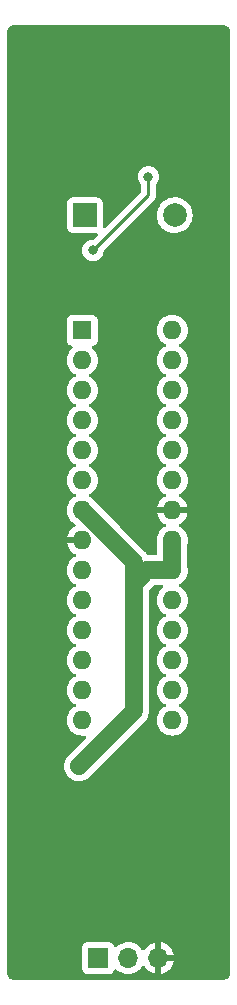
<source format=gbr>
%TF.GenerationSoftware,KiCad,Pcbnew,(5.99.0-11067-gb10f156dd0)*%
%TF.CreationDate,2021-06-27T22:48:24-06:00*%
%TF.ProjectId,MeditationLamp,4d656469-7461-4746-996f-6e4c616d702e,rev?*%
%TF.SameCoordinates,Original*%
%TF.FileFunction,Copper,L2,Bot*%
%TF.FilePolarity,Positive*%
%FSLAX46Y46*%
G04 Gerber Fmt 4.6, Leading zero omitted, Abs format (unit mm)*
G04 Created by KiCad (PCBNEW (5.99.0-11067-gb10f156dd0)) date 2021-06-27 22:48:24*
%MOMM*%
%LPD*%
G01*
G04 APERTURE LIST*
%TA.AperFunction,ComponentPad*%
%ADD10O,1.700000X1.700000*%
%TD*%
%TA.AperFunction,ComponentPad*%
%ADD11R,1.700000X1.700000*%
%TD*%
%TA.AperFunction,ComponentPad*%
%ADD12O,1.600000X1.600000*%
%TD*%
%TA.AperFunction,ComponentPad*%
%ADD13R,1.600000X1.600000*%
%TD*%
%TA.AperFunction,ComponentPad*%
%ADD14C,2.000000*%
%TD*%
%TA.AperFunction,ComponentPad*%
%ADD15R,2.000000X2.000000*%
%TD*%
%TA.AperFunction,ViaPad*%
%ADD16C,1.524000*%
%TD*%
%TA.AperFunction,ViaPad*%
%ADD17C,0.800000*%
%TD*%
%TA.AperFunction,Conductor*%
%ADD18C,1.524000*%
%TD*%
%TA.AperFunction,Conductor*%
%ADD19C,0.250000*%
%TD*%
G04 APERTURE END LIST*
D10*
%TO.P,J1,3,Pin_3*%
%TO.N,GND*%
X33299200Y-99502000D03*
%TO.P,J1,2,Pin_2*%
%TO.N,Net-(J1-Pad2)*%
X30759200Y-99502000D03*
D11*
%TO.P,J1,1,Pin_1*%
%TO.N,+5V*%
X28219200Y-99502000D03*
%TD*%
D12*
%TO.P,U1,28,PC5*%
%TO.N,unconnected-(U1-Pad28)*%
X34488000Y-46349800D03*
%TO.P,U1,27,PC4*%
%TO.N,unconnected-(U1-Pad27)*%
X34488000Y-48889800D03*
%TO.P,U1,26,PC3*%
%TO.N,unconnected-(U1-Pad26)*%
X34488000Y-51429800D03*
%TO.P,U1,25,PC2*%
%TO.N,unconnected-(U1-Pad25)*%
X34488000Y-53969800D03*
%TO.P,U1,24,PC1*%
%TO.N,unconnected-(U1-Pad24)*%
X34488000Y-56509800D03*
%TO.P,U1,23,PC0*%
%TO.N,unconnected-(U1-Pad23)*%
X34488000Y-59049800D03*
%TO.P,U1,22,GND*%
%TO.N,GND*%
X34488000Y-61589800D03*
%TO.P,U1,21,AREF*%
%TO.N,+5V*%
X34488000Y-64129800D03*
%TO.P,U1,20,AVCC*%
X34488000Y-66669800D03*
%TO.P,U1,19,PB5*%
%TO.N,unconnected-(U1-Pad19)*%
X34488000Y-69209800D03*
%TO.P,U1,18,PB4*%
%TO.N,unconnected-(U1-Pad18)*%
X34488000Y-71749800D03*
%TO.P,U1,17,PB3*%
%TO.N,unconnected-(U1-Pad17)*%
X34488000Y-74289800D03*
%TO.P,U1,16,PB2*%
%TO.N,unconnected-(U1-Pad16)*%
X34488000Y-76829800D03*
%TO.P,U1,15,PB1*%
%TO.N,unconnected-(U1-Pad15)*%
X34488000Y-79369800D03*
%TO.P,U1,14,PB0*%
%TO.N,unconnected-(U1-Pad14)*%
X26868000Y-79369800D03*
%TO.P,U1,13,PD7*%
%TO.N,Net-(U1-Pad13)*%
X26868000Y-76829800D03*
%TO.P,U1,12,PD6*%
%TO.N,/BUZZ*%
X26868000Y-74289800D03*
%TO.P,U1,11,PD5*%
%TO.N,unconnected-(U1-Pad11)*%
X26868000Y-71749800D03*
%TO.P,U1,10,XTAL2/PB7*%
%TO.N,unconnected-(U1-Pad10)*%
X26868000Y-69209800D03*
%TO.P,U1,9,XTAL1/PB6*%
%TO.N,unconnected-(U1-Pad9)*%
X26868000Y-66669800D03*
%TO.P,U1,8,GND*%
%TO.N,GND*%
X26868000Y-64129800D03*
%TO.P,U1,7,VCC*%
%TO.N,+5V*%
X26868000Y-61589800D03*
%TO.P,U1,6,PD4*%
%TO.N,unconnected-(U1-Pad6)*%
X26868000Y-59049800D03*
%TO.P,U1,5,PD3*%
%TO.N,Net-(SW1-Pad1)*%
X26868000Y-56509800D03*
%TO.P,U1,4,PD2*%
%TO.N,unconnected-(U1-Pad4)*%
X26868000Y-53969800D03*
%TO.P,U1,3,PD1*%
%TO.N,unconnected-(U1-Pad3)*%
X26868000Y-51429800D03*
%TO.P,U1,2,PD0*%
%TO.N,unconnected-(U1-Pad2)*%
X26868000Y-48889800D03*
D13*
%TO.P,U1,1,~{RESET}/PC6*%
%TO.N,unconnected-(U1-Pad1)*%
X26868000Y-46349800D03*
%TD*%
D14*
%TO.P,BZ1,2,+*%
%TO.N,Net-(BZ1-Pad2)*%
X34696600Y-36611600D03*
D15*
%TO.P,BZ1,1,-*%
%TO.N,/BUZZ*%
X27096600Y-36611600D03*
%TD*%
D16*
%TO.N,+5V*%
X26604000Y-83246000D03*
D17*
%TO.N,Net-(R1-Pad1)*%
X27772400Y-39583400D03*
X32471400Y-33360400D03*
%TD*%
D18*
%TO.N,+5V*%
X31226800Y-67828200D02*
X31226800Y-65948600D01*
X26604000Y-83246000D02*
X31226800Y-78623200D01*
X31226800Y-65948600D02*
X26868000Y-61589800D01*
X34488000Y-66669800D02*
X34488000Y-64129800D01*
X32385200Y-66669800D02*
X34488000Y-66669800D01*
X31226800Y-78623200D02*
X31226800Y-67828200D01*
X31226800Y-67828200D02*
X32385200Y-66669800D01*
D19*
%TO.N,Net-(R1-Pad1)*%
X32471400Y-33360400D02*
X32471400Y-34909800D01*
X27797800Y-39583400D02*
X27772400Y-39583400D01*
X32471400Y-34909800D02*
X27797800Y-39583400D01*
%TD*%
%TA.AperFunction,Conductor*%
%TO.N,GND*%
G36*
X38855498Y-20533402D02*
G01*
X38881600Y-20536533D01*
X38881600Y-20538402D01*
X38893568Y-20538990D01*
X38921618Y-20540368D01*
X38940017Y-20542637D01*
X39015441Y-20557640D01*
X39039077Y-20564810D01*
X39107248Y-20593047D01*
X39129032Y-20604691D01*
X39190384Y-20645685D01*
X39209477Y-20661355D01*
X39261647Y-20713525D01*
X39277317Y-20732618D01*
X39318311Y-20793970D01*
X39329955Y-20815754D01*
X39358192Y-20883925D01*
X39365362Y-20907561D01*
X39380365Y-20982985D01*
X39382634Y-21001384D01*
X39384600Y-21041401D01*
X39382462Y-21041506D01*
X39382476Y-21041792D01*
X39385458Y-21041402D01*
X39388537Y-21064950D01*
X39389600Y-21081286D01*
X39389600Y-100774914D01*
X39388100Y-100794297D01*
X39384638Y-100816533D01*
X39385092Y-100820006D01*
X39384740Y-100822801D01*
X39384600Y-100822801D01*
X39383708Y-100840958D01*
X39382634Y-100862817D01*
X39380365Y-100881215D01*
X39365362Y-100956642D01*
X39358192Y-100980278D01*
X39329956Y-101048447D01*
X39318317Y-101070223D01*
X39277317Y-101131585D01*
X39261648Y-101150676D01*
X39209477Y-101202847D01*
X39190390Y-101218513D01*
X39129024Y-101259516D01*
X39107249Y-101271155D01*
X39073163Y-101285273D01*
X39039079Y-101299391D01*
X39015443Y-101306561D01*
X38940016Y-101321564D01*
X38921618Y-101323833D01*
X38914151Y-101324200D01*
X38881602Y-101325799D01*
X38881602Y-101327400D01*
X38861479Y-101330799D01*
X38853979Y-101330799D01*
X38853209Y-101330797D01*
X38852653Y-101330794D01*
X38811979Y-101330545D01*
X38811147Y-101330783D01*
X38810909Y-101330799D01*
X38688543Y-101330799D01*
X21042101Y-101330800D01*
X21015999Y-101327669D01*
X21015999Y-101325800D01*
X21004031Y-101325212D01*
X20975983Y-101323834D01*
X20957585Y-101321565D01*
X20882158Y-101306562D01*
X20858522Y-101299392D01*
X20790353Y-101271156D01*
X20768577Y-101259517D01*
X20707211Y-101218514D01*
X20688124Y-101202848D01*
X20635953Y-101150677D01*
X20620287Y-101131590D01*
X20579284Y-101070224D01*
X20567645Y-101048448D01*
X20539409Y-100980279D01*
X20532239Y-100956643D01*
X20517236Y-100881216D01*
X20514967Y-100862818D01*
X20513193Y-100826704D01*
X20513193Y-100826703D01*
X20513001Y-100822802D01*
X20513001Y-100822801D01*
X20509274Y-100796777D01*
X20508001Y-100778914D01*
X20508001Y-98652000D01*
X26855700Y-98652000D01*
X26855700Y-100352000D01*
X26860927Y-100425079D01*
X26864391Y-100436875D01*
X26893550Y-100536182D01*
X26902104Y-100565316D01*
X26906975Y-100572895D01*
X26976251Y-100680691D01*
X26976253Y-100680694D01*
X26981123Y-100688271D01*
X26987933Y-100694172D01*
X27084769Y-100778082D01*
X27084772Y-100778084D01*
X27091581Y-100783984D01*
X27099779Y-100787728D01*
X27212198Y-100839068D01*
X27224530Y-100844700D01*
X27233445Y-100845982D01*
X27233446Y-100845982D01*
X27364752Y-100864861D01*
X27364759Y-100864862D01*
X27369200Y-100865500D01*
X29069200Y-100865500D01*
X29142279Y-100860273D01*
X29234836Y-100833096D01*
X29273870Y-100821635D01*
X29273872Y-100821634D01*
X29282516Y-100819096D01*
X29349646Y-100775954D01*
X29397891Y-100744949D01*
X29397894Y-100744947D01*
X29405471Y-100740077D01*
X29430286Y-100711439D01*
X29495282Y-100636431D01*
X29495284Y-100636428D01*
X29501184Y-100629619D01*
X29561900Y-100496670D01*
X29562520Y-100492360D01*
X29599632Y-100434610D01*
X29664212Y-100405117D01*
X29734486Y-100415220D01*
X29766535Y-100436270D01*
X29934829Y-100588069D01*
X30129606Y-100711439D01*
X30342384Y-100800228D01*
X30347587Y-100801425D01*
X30347592Y-100801426D01*
X30561878Y-100850701D01*
X30561883Y-100850702D01*
X30567081Y-100851897D01*
X30572409Y-100852200D01*
X30572412Y-100852200D01*
X30723077Y-100860755D01*
X30797271Y-100864968D01*
X30802578Y-100864368D01*
X30802580Y-100864368D01*
X30976554Y-100844700D01*
X31026373Y-100839068D01*
X31031488Y-100837587D01*
X31031492Y-100837586D01*
X31118100Y-100812506D01*
X31247835Y-100774937D01*
X31455325Y-100674409D01*
X31459663Y-100671309D01*
X31459668Y-100671306D01*
X31638570Y-100543459D01*
X31642911Y-100540357D01*
X31805230Y-100376617D01*
X31927153Y-100202816D01*
X31982649Y-100158536D01*
X32053275Y-100151289D01*
X32116607Y-100183375D01*
X32140981Y-100214958D01*
X32158750Y-100247617D01*
X32164602Y-100256491D01*
X32300686Y-100429113D01*
X32307950Y-100436875D01*
X32471167Y-100584094D01*
X32479644Y-100590528D01*
X32665322Y-100708136D01*
X32674767Y-100713053D01*
X32877606Y-100797694D01*
X32887745Y-100800950D01*
X33027545Y-100833096D01*
X33041622Y-100832257D01*
X33045200Y-100822999D01*
X33045200Y-99769548D01*
X33553200Y-99769548D01*
X33553200Y-100821941D01*
X33557351Y-100836079D01*
X33567998Y-100837774D01*
X33571392Y-100837096D01*
X33782533Y-100775954D01*
X33792459Y-100772143D01*
X33990265Y-100676307D01*
X33999412Y-100670876D01*
X34178241Y-100543083D01*
X34186349Y-100536182D01*
X34341093Y-100380082D01*
X34347906Y-100371933D01*
X34474140Y-100191988D01*
X34479495Y-100182787D01*
X34573599Y-99984156D01*
X34577323Y-99974197D01*
X34635168Y-99767718D01*
X34633630Y-99759351D01*
X34621337Y-99756000D01*
X33571315Y-99756000D01*
X33556076Y-99760475D01*
X33554871Y-99761865D01*
X33553200Y-99769548D01*
X33045200Y-99769548D01*
X33045200Y-98185717D01*
X33044528Y-98183430D01*
X33553200Y-98183430D01*
X33553200Y-99229885D01*
X33557675Y-99245124D01*
X33559065Y-99246329D01*
X33566748Y-99248000D01*
X34618279Y-99248000D01*
X34631810Y-99244027D01*
X34633076Y-99235218D01*
X34586154Y-99054433D01*
X34582619Y-99044395D01*
X34492347Y-98843998D01*
X34487167Y-98834692D01*
X34364418Y-98652366D01*
X34357757Y-98644080D01*
X34206030Y-98485030D01*
X34198073Y-98477990D01*
X34021723Y-98346782D01*
X34012686Y-98341178D01*
X33816750Y-98241559D01*
X33806899Y-98237559D01*
X33596978Y-98172378D01*
X33586596Y-98170095D01*
X33571159Y-98168049D01*
X33556992Y-98170246D01*
X33553200Y-98183430D01*
X33044528Y-98183430D01*
X33041227Y-98172186D01*
X33030620Y-98170661D01*
X32912754Y-98195391D01*
X32902558Y-98198451D01*
X32698132Y-98279182D01*
X32688596Y-98283916D01*
X32500686Y-98397942D01*
X32492096Y-98404206D01*
X32326084Y-98548264D01*
X32318664Y-98555895D01*
X32179300Y-98725860D01*
X32173279Y-98734622D01*
X32139627Y-98793739D01*
X32088544Y-98843045D01*
X32018914Y-98856906D01*
X31952843Y-98830922D01*
X31925605Y-98801773D01*
X31874497Y-98725860D01*
X31821827Y-98647626D01*
X31662682Y-98480799D01*
X31477704Y-98343171D01*
X31472953Y-98340755D01*
X31472949Y-98340753D01*
X31276940Y-98241097D01*
X31276939Y-98241097D01*
X31272182Y-98238678D01*
X31162087Y-98204492D01*
X31057095Y-98171891D01*
X31057089Y-98171890D01*
X31051992Y-98170307D01*
X30946998Y-98156391D01*
X30828715Y-98140714D01*
X30828710Y-98140714D01*
X30823430Y-98140014D01*
X30818100Y-98140214D01*
X30818099Y-98140214D01*
X30724520Y-98143727D01*
X30593031Y-98148663D01*
X30548446Y-98158018D01*
X30372611Y-98194912D01*
X30372608Y-98194913D01*
X30367384Y-98196009D01*
X30152940Y-98280697D01*
X29955831Y-98400306D01*
X29951801Y-98403803D01*
X29825606Y-98513309D01*
X29781692Y-98551415D01*
X29776539Y-98557700D01*
X29775564Y-98558365D01*
X29774590Y-98559366D01*
X29774386Y-98559168D01*
X29717881Y-98597695D01*
X29646910Y-98599628D01*
X29586161Y-98562885D01*
X29558208Y-98513309D01*
X29538834Y-98447329D01*
X29536296Y-98438684D01*
X29474913Y-98343171D01*
X29462149Y-98323309D01*
X29462147Y-98323306D01*
X29457277Y-98315729D01*
X29414584Y-98278735D01*
X29353631Y-98225918D01*
X29353628Y-98225916D01*
X29346819Y-98220016D01*
X29338621Y-98216272D01*
X29222064Y-98163042D01*
X29222063Y-98163042D01*
X29213870Y-98159300D01*
X29204955Y-98158018D01*
X29204954Y-98158018D01*
X29073648Y-98139139D01*
X29073641Y-98139138D01*
X29069200Y-98138500D01*
X27369200Y-98138500D01*
X27296121Y-98143727D01*
X27243084Y-98159300D01*
X27164530Y-98182365D01*
X27164528Y-98182366D01*
X27155884Y-98184904D01*
X27135550Y-98197972D01*
X27040509Y-98259051D01*
X27040506Y-98259053D01*
X27032929Y-98263923D01*
X27027028Y-98270733D01*
X26943118Y-98367569D01*
X26943116Y-98367572D01*
X26937216Y-98374381D01*
X26876500Y-98507330D01*
X26875218Y-98516245D01*
X26875218Y-98516246D01*
X26856339Y-98647552D01*
X26856338Y-98647559D01*
X26855700Y-98652000D01*
X20508001Y-98652000D01*
X20508001Y-83326089D01*
X25331017Y-83326089D01*
X25331865Y-83331630D01*
X25333768Y-83344063D01*
X25335202Y-83361133D01*
X25335487Y-83379326D01*
X25351694Y-83461934D01*
X25352592Y-83467081D01*
X25365318Y-83550249D01*
X25371209Y-83567455D01*
X25375644Y-83584009D01*
X25379145Y-83601853D01*
X25381186Y-83607088D01*
X25409707Y-83680242D01*
X25411521Y-83685197D01*
X25438773Y-83764793D01*
X25441503Y-83769698D01*
X25441504Y-83769700D01*
X25447615Y-83780679D01*
X25454912Y-83796186D01*
X25461519Y-83813132D01*
X25505491Y-83884888D01*
X25508150Y-83889439D01*
X25549059Y-83962937D01*
X25552611Y-83967277D01*
X25552618Y-83967287D01*
X25560571Y-83977003D01*
X25570501Y-83990975D01*
X25575685Y-83999434D01*
X25580006Y-84006485D01*
X25583741Y-84010678D01*
X25583744Y-84010681D01*
X25635968Y-84069295D01*
X25639391Y-84073303D01*
X25692690Y-84138421D01*
X25696953Y-84142062D01*
X25696954Y-84142063D01*
X25706520Y-84150233D01*
X25718765Y-84162225D01*
X25727125Y-84171608D01*
X25727131Y-84171613D01*
X25730860Y-84175799D01*
X25767321Y-84204388D01*
X25797072Y-84227716D01*
X25801155Y-84231059D01*
X25865127Y-84285696D01*
X25880836Y-84294876D01*
X25895001Y-84304502D01*
X25909313Y-84315724D01*
X25914277Y-84318352D01*
X25914278Y-84318353D01*
X25983667Y-84355093D01*
X25988247Y-84357641D01*
X26060919Y-84400107D01*
X26078002Y-84406358D01*
X26093651Y-84413327D01*
X26109724Y-84421837D01*
X26115077Y-84423546D01*
X26115081Y-84423547D01*
X26166061Y-84439816D01*
X26189884Y-84447419D01*
X26194864Y-84449124D01*
X26273876Y-84478038D01*
X26291790Y-84481165D01*
X26308421Y-84485249D01*
X26325758Y-84490782D01*
X26409161Y-84501762D01*
X26414377Y-84502560D01*
X26497269Y-84517027D01*
X26502875Y-84516998D01*
X26502879Y-84516998D01*
X26515457Y-84516932D01*
X26532559Y-84518008D01*
X26545025Y-84519649D01*
X26545027Y-84519649D01*
X26550587Y-84520381D01*
X26556187Y-84520117D01*
X26556188Y-84520117D01*
X26587547Y-84518638D01*
X26634637Y-84516418D01*
X26639898Y-84516280D01*
X26724035Y-84515839D01*
X26729549Y-84514817D01*
X26729559Y-84514816D01*
X26741911Y-84512526D01*
X26758941Y-84510555D01*
X26777105Y-84509699D01*
X26859124Y-84490914D01*
X26864288Y-84489845D01*
X26947007Y-84474514D01*
X26964022Y-84468085D01*
X26980417Y-84463135D01*
X26992680Y-84460326D01*
X26992679Y-84460326D01*
X26998151Y-84459073D01*
X27075540Y-84426064D01*
X27080436Y-84424096D01*
X27098011Y-84417455D01*
X27159137Y-84394357D01*
X27163947Y-84391478D01*
X27163954Y-84391475D01*
X27174743Y-84385018D01*
X27190010Y-84377239D01*
X27201572Y-84372307D01*
X27201581Y-84372302D01*
X27206739Y-84370102D01*
X27277067Y-84323905D01*
X27281538Y-84321101D01*
X27348903Y-84280784D01*
X27348904Y-84280783D01*
X27353720Y-84277901D01*
X27367422Y-84265948D01*
X27381074Y-84255586D01*
X27392408Y-84248141D01*
X27392413Y-84248137D01*
X27396274Y-84245601D01*
X27441062Y-84205697D01*
X27469274Y-84177485D01*
X27475540Y-84171631D01*
X27500069Y-84150233D01*
X27524605Y-84128829D01*
X27547167Y-84100667D01*
X27556406Y-84090353D01*
X32060719Y-79586039D01*
X32073110Y-79575171D01*
X32085704Y-79565507D01*
X32090155Y-79562092D01*
X32093928Y-79557946D01*
X32093933Y-79557941D01*
X32143618Y-79503337D01*
X32147716Y-79499042D01*
X32164793Y-79481965D01*
X32182685Y-79460567D01*
X32186143Y-79456602D01*
X32238997Y-79398517D01*
X32238998Y-79398516D01*
X32242774Y-79394366D01*
X32252444Y-79378951D01*
X32262509Y-79365097D01*
X32274175Y-79351145D01*
X32315855Y-79278071D01*
X32318558Y-79273555D01*
X32360299Y-79207016D01*
X32360300Y-79207013D01*
X32363279Y-79202265D01*
X32370064Y-79185387D01*
X32377519Y-79169963D01*
X32386530Y-79154166D01*
X32388401Y-79148883D01*
X32388404Y-79148876D01*
X32414614Y-79074859D01*
X32416469Y-79069951D01*
X32447861Y-78991860D01*
X32451550Y-78974048D01*
X32456159Y-78957543D01*
X32460354Y-78945696D01*
X32460356Y-78945687D01*
X32462227Y-78940404D01*
X32475822Y-78857386D01*
X32476784Y-78852198D01*
X32492910Y-78774327D01*
X32492910Y-78774326D01*
X32493847Y-78769802D01*
X32495468Y-78741683D01*
X32496916Y-78728570D01*
X32498874Y-78716615D01*
X32497316Y-78617439D01*
X32497300Y-78615460D01*
X32497300Y-68406650D01*
X32517302Y-68338529D01*
X32534204Y-68317555D01*
X32874553Y-67977205D01*
X32936866Y-67943180D01*
X32963649Y-67940300D01*
X33620110Y-67940300D01*
X33688231Y-67960302D01*
X33734724Y-68013958D01*
X33744828Y-68084232D01*
X33715334Y-68148812D01*
X33692380Y-68169513D01*
X33648214Y-68200438D01*
X33648208Y-68200443D01*
X33643698Y-68203601D01*
X33481801Y-68365498D01*
X33350476Y-68553050D01*
X33348153Y-68558032D01*
X33348150Y-68558037D01*
X33256037Y-68755575D01*
X33253714Y-68760557D01*
X33194455Y-68981713D01*
X33174500Y-69209800D01*
X33194455Y-69437887D01*
X33253714Y-69659043D01*
X33256036Y-69664024D01*
X33256037Y-69664025D01*
X33348150Y-69861563D01*
X33348153Y-69861568D01*
X33350476Y-69866550D01*
X33481801Y-70054102D01*
X33643698Y-70215999D01*
X33648206Y-70219156D01*
X33648209Y-70219158D01*
X33826741Y-70344167D01*
X33831250Y-70347324D01*
X33836232Y-70349647D01*
X33836237Y-70349650D01*
X33870454Y-70365605D01*
X33923739Y-70412522D01*
X33943200Y-70480799D01*
X33922658Y-70548759D01*
X33870454Y-70593995D01*
X33836237Y-70609950D01*
X33836232Y-70609953D01*
X33831250Y-70612276D01*
X33826743Y-70615432D01*
X33826741Y-70615433D01*
X33648209Y-70740442D01*
X33648206Y-70740444D01*
X33643698Y-70743601D01*
X33481801Y-70905498D01*
X33350476Y-71093050D01*
X33348153Y-71098032D01*
X33348150Y-71098037D01*
X33256037Y-71295575D01*
X33253714Y-71300557D01*
X33194455Y-71521713D01*
X33174500Y-71749800D01*
X33194455Y-71977887D01*
X33253714Y-72199043D01*
X33256036Y-72204024D01*
X33256037Y-72204025D01*
X33348150Y-72401563D01*
X33348153Y-72401568D01*
X33350476Y-72406550D01*
X33481801Y-72594102D01*
X33643698Y-72755999D01*
X33648206Y-72759156D01*
X33648209Y-72759158D01*
X33826741Y-72884167D01*
X33831250Y-72887324D01*
X33836232Y-72889647D01*
X33836237Y-72889650D01*
X33870454Y-72905605D01*
X33923739Y-72952522D01*
X33943200Y-73020799D01*
X33922658Y-73088759D01*
X33870454Y-73133995D01*
X33836237Y-73149950D01*
X33836232Y-73149953D01*
X33831250Y-73152276D01*
X33826743Y-73155432D01*
X33826741Y-73155433D01*
X33648209Y-73280442D01*
X33648206Y-73280444D01*
X33643698Y-73283601D01*
X33481801Y-73445498D01*
X33350476Y-73633050D01*
X33348153Y-73638032D01*
X33348150Y-73638037D01*
X33256037Y-73835575D01*
X33253714Y-73840557D01*
X33194455Y-74061713D01*
X33174500Y-74289800D01*
X33194455Y-74517887D01*
X33253714Y-74739043D01*
X33256036Y-74744024D01*
X33256037Y-74744025D01*
X33348150Y-74941563D01*
X33348153Y-74941568D01*
X33350476Y-74946550D01*
X33481801Y-75134102D01*
X33643698Y-75295999D01*
X33648206Y-75299156D01*
X33648209Y-75299158D01*
X33826741Y-75424167D01*
X33831250Y-75427324D01*
X33836232Y-75429647D01*
X33836237Y-75429650D01*
X33870454Y-75445605D01*
X33923739Y-75492522D01*
X33943200Y-75560799D01*
X33922658Y-75628759D01*
X33870454Y-75673995D01*
X33836237Y-75689950D01*
X33836232Y-75689953D01*
X33831250Y-75692276D01*
X33826743Y-75695432D01*
X33826741Y-75695433D01*
X33648209Y-75820442D01*
X33648206Y-75820444D01*
X33643698Y-75823601D01*
X33481801Y-75985498D01*
X33350476Y-76173050D01*
X33348153Y-76178032D01*
X33348150Y-76178037D01*
X33256037Y-76375575D01*
X33253714Y-76380557D01*
X33194455Y-76601713D01*
X33174500Y-76829800D01*
X33194455Y-77057887D01*
X33253714Y-77279043D01*
X33256036Y-77284024D01*
X33256037Y-77284025D01*
X33348150Y-77481563D01*
X33348153Y-77481568D01*
X33350476Y-77486550D01*
X33481801Y-77674102D01*
X33643698Y-77835999D01*
X33648206Y-77839156D01*
X33648209Y-77839158D01*
X33826741Y-77964167D01*
X33831250Y-77967324D01*
X33836232Y-77969647D01*
X33836237Y-77969650D01*
X33870454Y-77985605D01*
X33923739Y-78032522D01*
X33943200Y-78100799D01*
X33922658Y-78168759D01*
X33870454Y-78213995D01*
X33836237Y-78229950D01*
X33836232Y-78229953D01*
X33831250Y-78232276D01*
X33826743Y-78235432D01*
X33826741Y-78235433D01*
X33648209Y-78360442D01*
X33648206Y-78360444D01*
X33643698Y-78363601D01*
X33481801Y-78525498D01*
X33350476Y-78713050D01*
X33348153Y-78718032D01*
X33348150Y-78718037D01*
X33340198Y-78735091D01*
X33253714Y-78920557D01*
X33252292Y-78925865D01*
X33252291Y-78925867D01*
X33195879Y-79136398D01*
X33194455Y-79141713D01*
X33174500Y-79369800D01*
X33194455Y-79597887D01*
X33253714Y-79819043D01*
X33256036Y-79824024D01*
X33256037Y-79824025D01*
X33348150Y-80021563D01*
X33348153Y-80021568D01*
X33350476Y-80026550D01*
X33481801Y-80214102D01*
X33643698Y-80375999D01*
X33648206Y-80379156D01*
X33648209Y-80379158D01*
X33760642Y-80457884D01*
X33831250Y-80507324D01*
X33836232Y-80509647D01*
X33836237Y-80509650D01*
X34033775Y-80601763D01*
X34038757Y-80604086D01*
X34044065Y-80605508D01*
X34044067Y-80605509D01*
X34254598Y-80661921D01*
X34254600Y-80661921D01*
X34259913Y-80663345D01*
X34488000Y-80683300D01*
X34716087Y-80663345D01*
X34721400Y-80661921D01*
X34721402Y-80661921D01*
X34931933Y-80605509D01*
X34931935Y-80605508D01*
X34937243Y-80604086D01*
X34942225Y-80601763D01*
X35139763Y-80509650D01*
X35139768Y-80509647D01*
X35144750Y-80507324D01*
X35215358Y-80457884D01*
X35327791Y-80379158D01*
X35327794Y-80379156D01*
X35332302Y-80375999D01*
X35494199Y-80214102D01*
X35625524Y-80026550D01*
X35627847Y-80021568D01*
X35627850Y-80021563D01*
X35719963Y-79824025D01*
X35719964Y-79824024D01*
X35722286Y-79819043D01*
X35781545Y-79597887D01*
X35801500Y-79369800D01*
X35781545Y-79141713D01*
X35780121Y-79136398D01*
X35723709Y-78925867D01*
X35723708Y-78925865D01*
X35722286Y-78920557D01*
X35635802Y-78735091D01*
X35627850Y-78718037D01*
X35627847Y-78718032D01*
X35625524Y-78713050D01*
X35494199Y-78525498D01*
X35332302Y-78363601D01*
X35327794Y-78360444D01*
X35327791Y-78360442D01*
X35149259Y-78235433D01*
X35149257Y-78235432D01*
X35144750Y-78232276D01*
X35139768Y-78229953D01*
X35139763Y-78229950D01*
X35105546Y-78213995D01*
X35052261Y-78167078D01*
X35032800Y-78098801D01*
X35053342Y-78030841D01*
X35105546Y-77985605D01*
X35139763Y-77969650D01*
X35139768Y-77969647D01*
X35144750Y-77967324D01*
X35149259Y-77964167D01*
X35327791Y-77839158D01*
X35327794Y-77839156D01*
X35332302Y-77835999D01*
X35494199Y-77674102D01*
X35625524Y-77486550D01*
X35627847Y-77481568D01*
X35627850Y-77481563D01*
X35719963Y-77284025D01*
X35719964Y-77284024D01*
X35722286Y-77279043D01*
X35781545Y-77057887D01*
X35801500Y-76829800D01*
X35781545Y-76601713D01*
X35722286Y-76380557D01*
X35719963Y-76375575D01*
X35627850Y-76178037D01*
X35627847Y-76178032D01*
X35625524Y-76173050D01*
X35494199Y-75985498D01*
X35332302Y-75823601D01*
X35327794Y-75820444D01*
X35327791Y-75820442D01*
X35149259Y-75695433D01*
X35149257Y-75695432D01*
X35144750Y-75692276D01*
X35139768Y-75689953D01*
X35139763Y-75689950D01*
X35105546Y-75673995D01*
X35052261Y-75627078D01*
X35032800Y-75558801D01*
X35053342Y-75490841D01*
X35105546Y-75445605D01*
X35139763Y-75429650D01*
X35139768Y-75429647D01*
X35144750Y-75427324D01*
X35149259Y-75424167D01*
X35327791Y-75299158D01*
X35327794Y-75299156D01*
X35332302Y-75295999D01*
X35494199Y-75134102D01*
X35625524Y-74946550D01*
X35627847Y-74941568D01*
X35627850Y-74941563D01*
X35719963Y-74744025D01*
X35719964Y-74744024D01*
X35722286Y-74739043D01*
X35781545Y-74517887D01*
X35801500Y-74289800D01*
X35781545Y-74061713D01*
X35722286Y-73840557D01*
X35719963Y-73835575D01*
X35627850Y-73638037D01*
X35627847Y-73638032D01*
X35625524Y-73633050D01*
X35494199Y-73445498D01*
X35332302Y-73283601D01*
X35327794Y-73280444D01*
X35327791Y-73280442D01*
X35149259Y-73155433D01*
X35149257Y-73155432D01*
X35144750Y-73152276D01*
X35139768Y-73149953D01*
X35139763Y-73149950D01*
X35105546Y-73133995D01*
X35052261Y-73087078D01*
X35032800Y-73018801D01*
X35053342Y-72950841D01*
X35105546Y-72905605D01*
X35139763Y-72889650D01*
X35139768Y-72889647D01*
X35144750Y-72887324D01*
X35149259Y-72884167D01*
X35327791Y-72759158D01*
X35327794Y-72759156D01*
X35332302Y-72755999D01*
X35494199Y-72594102D01*
X35625524Y-72406550D01*
X35627847Y-72401568D01*
X35627850Y-72401563D01*
X35719963Y-72204025D01*
X35719964Y-72204024D01*
X35722286Y-72199043D01*
X35781545Y-71977887D01*
X35801500Y-71749800D01*
X35781545Y-71521713D01*
X35722286Y-71300557D01*
X35719963Y-71295575D01*
X35627850Y-71098037D01*
X35627847Y-71098032D01*
X35625524Y-71093050D01*
X35494199Y-70905498D01*
X35332302Y-70743601D01*
X35327794Y-70740444D01*
X35327791Y-70740442D01*
X35149259Y-70615433D01*
X35149257Y-70615432D01*
X35144750Y-70612276D01*
X35139768Y-70609953D01*
X35139763Y-70609950D01*
X35105546Y-70593995D01*
X35052261Y-70547078D01*
X35032800Y-70478801D01*
X35053342Y-70410841D01*
X35105546Y-70365605D01*
X35139763Y-70349650D01*
X35139768Y-70349647D01*
X35144750Y-70347324D01*
X35149259Y-70344167D01*
X35327791Y-70219158D01*
X35327794Y-70219156D01*
X35332302Y-70215999D01*
X35494199Y-70054102D01*
X35625524Y-69866550D01*
X35627847Y-69861568D01*
X35627850Y-69861563D01*
X35719963Y-69664025D01*
X35719964Y-69664024D01*
X35722286Y-69659043D01*
X35781545Y-69437887D01*
X35801500Y-69209800D01*
X35781545Y-68981713D01*
X35722286Y-68760557D01*
X35719963Y-68755575D01*
X35627850Y-68558037D01*
X35627847Y-68558032D01*
X35625524Y-68553050D01*
X35494199Y-68365498D01*
X35332302Y-68203601D01*
X35327794Y-68200444D01*
X35327791Y-68200442D01*
X35149259Y-68075433D01*
X35149257Y-68075432D01*
X35144750Y-68072276D01*
X35139768Y-68069953D01*
X35139763Y-68069950D01*
X35105546Y-68053995D01*
X35052261Y-68007078D01*
X35032800Y-67938801D01*
X35053342Y-67870841D01*
X35105546Y-67825605D01*
X35139763Y-67809650D01*
X35139768Y-67809647D01*
X35144750Y-67807324D01*
X35149259Y-67804167D01*
X35327791Y-67679158D01*
X35327794Y-67679156D01*
X35332302Y-67675999D01*
X35494199Y-67514102D01*
X35625524Y-67326550D01*
X35627847Y-67321568D01*
X35627850Y-67321563D01*
X35719963Y-67124025D01*
X35719964Y-67124024D01*
X35722286Y-67119043D01*
X35781545Y-66897887D01*
X35801500Y-66669800D01*
X35781545Y-66441713D01*
X35762793Y-66371729D01*
X35758500Y-66339118D01*
X35758500Y-64460482D01*
X35762793Y-64427871D01*
X35780121Y-64363201D01*
X35781545Y-64357887D01*
X35801500Y-64129800D01*
X35781545Y-63901713D01*
X35722286Y-63680557D01*
X35719963Y-63675575D01*
X35627850Y-63478037D01*
X35627847Y-63478032D01*
X35625524Y-63473050D01*
X35494199Y-63285498D01*
X35332302Y-63123601D01*
X35327794Y-63120444D01*
X35327791Y-63120442D01*
X35149259Y-62995433D01*
X35149257Y-62995432D01*
X35144750Y-62992276D01*
X35129640Y-62985230D01*
X35104957Y-62973720D01*
X35051672Y-62926802D01*
X35032211Y-62858525D01*
X35052753Y-62790565D01*
X35104958Y-62745330D01*
X35139509Y-62729219D01*
X35149009Y-62723734D01*
X35327469Y-62598775D01*
X35335877Y-62591719D01*
X35489919Y-62437677D01*
X35496975Y-62429269D01*
X35621934Y-62250809D01*
X35627417Y-62241313D01*
X35719491Y-62043857D01*
X35723239Y-62033561D01*
X35769398Y-61861297D01*
X35769062Y-61847201D01*
X35761120Y-61843800D01*
X33220029Y-61843800D01*
X33206498Y-61847773D01*
X33205269Y-61856322D01*
X33252761Y-62033561D01*
X33256509Y-62043857D01*
X33348583Y-62241313D01*
X33354066Y-62250809D01*
X33479025Y-62429269D01*
X33486081Y-62437677D01*
X33640123Y-62591719D01*
X33648531Y-62598775D01*
X33826991Y-62723734D01*
X33836491Y-62729219D01*
X33871042Y-62745330D01*
X33924328Y-62792247D01*
X33943789Y-62860524D01*
X33923247Y-62928484D01*
X33871043Y-62973720D01*
X33846360Y-62985230D01*
X33831250Y-62992276D01*
X33826743Y-62995432D01*
X33826741Y-62995433D01*
X33648209Y-63120442D01*
X33648206Y-63120444D01*
X33643698Y-63123601D01*
X33481801Y-63285498D01*
X33350476Y-63473050D01*
X33348153Y-63478032D01*
X33348150Y-63478037D01*
X33256037Y-63675575D01*
X33253714Y-63680557D01*
X33194455Y-63901713D01*
X33174500Y-64129800D01*
X33194455Y-64357887D01*
X33195879Y-64363201D01*
X33213207Y-64427871D01*
X33217500Y-64460482D01*
X33217500Y-65273300D01*
X33197498Y-65341421D01*
X33143842Y-65387914D01*
X33091500Y-65399300D01*
X32476350Y-65399300D01*
X32459904Y-65398222D01*
X32438613Y-65395419D01*
X32438857Y-65393562D01*
X32379581Y-65373434D01*
X32346758Y-65339552D01*
X32340912Y-65330653D01*
X32332504Y-65315730D01*
X32327091Y-65304381D01*
X32324676Y-65299318D01*
X32275581Y-65230995D01*
X32272592Y-65226646D01*
X32226401Y-65156326D01*
X32207660Y-65135292D01*
X32199422Y-65125009D01*
X32192347Y-65115162D01*
X32121058Y-65046078D01*
X32119648Y-65044689D01*
X30064909Y-62989950D01*
X28007517Y-60932559D01*
X27993399Y-60915734D01*
X27877358Y-60750010D01*
X27874199Y-60745498D01*
X27712302Y-60583601D01*
X27707794Y-60580444D01*
X27707791Y-60580442D01*
X27529259Y-60455433D01*
X27529257Y-60455432D01*
X27524750Y-60452276D01*
X27519768Y-60449953D01*
X27519763Y-60449950D01*
X27485546Y-60433995D01*
X27432261Y-60387078D01*
X27412800Y-60318801D01*
X27433342Y-60250841D01*
X27485546Y-60205605D01*
X27519763Y-60189650D01*
X27519768Y-60189647D01*
X27524750Y-60187324D01*
X27529259Y-60184167D01*
X27707791Y-60059158D01*
X27707794Y-60059156D01*
X27712302Y-60055999D01*
X27874199Y-59894102D01*
X28005524Y-59706550D01*
X28007847Y-59701568D01*
X28007850Y-59701563D01*
X28099963Y-59504025D01*
X28099964Y-59504024D01*
X28102286Y-59499043D01*
X28161545Y-59277887D01*
X28181500Y-59049800D01*
X28161545Y-58821713D01*
X28102286Y-58600557D01*
X28099963Y-58595575D01*
X28007850Y-58398037D01*
X28007847Y-58398032D01*
X28005524Y-58393050D01*
X27874199Y-58205498D01*
X27712302Y-58043601D01*
X27707794Y-58040444D01*
X27707791Y-58040442D01*
X27529259Y-57915433D01*
X27529257Y-57915432D01*
X27524750Y-57912276D01*
X27519768Y-57909953D01*
X27519763Y-57909950D01*
X27485546Y-57893995D01*
X27432261Y-57847078D01*
X27412800Y-57778801D01*
X27433342Y-57710841D01*
X27485546Y-57665605D01*
X27519763Y-57649650D01*
X27519768Y-57649647D01*
X27524750Y-57647324D01*
X27529259Y-57644167D01*
X27707791Y-57519158D01*
X27707794Y-57519156D01*
X27712302Y-57515999D01*
X27874199Y-57354102D01*
X28005524Y-57166550D01*
X28007847Y-57161568D01*
X28007850Y-57161563D01*
X28099963Y-56964025D01*
X28099964Y-56964024D01*
X28102286Y-56959043D01*
X28161545Y-56737887D01*
X28181500Y-56509800D01*
X28161545Y-56281713D01*
X28102286Y-56060557D01*
X28099963Y-56055575D01*
X28007850Y-55858037D01*
X28007847Y-55858032D01*
X28005524Y-55853050D01*
X27874199Y-55665498D01*
X27712302Y-55503601D01*
X27707794Y-55500444D01*
X27707791Y-55500442D01*
X27529259Y-55375433D01*
X27529257Y-55375432D01*
X27524750Y-55372276D01*
X27519768Y-55369953D01*
X27519763Y-55369950D01*
X27485546Y-55353995D01*
X27432261Y-55307078D01*
X27412800Y-55238801D01*
X27433342Y-55170841D01*
X27485546Y-55125605D01*
X27519763Y-55109650D01*
X27519768Y-55109647D01*
X27524750Y-55107324D01*
X27529259Y-55104167D01*
X27707791Y-54979158D01*
X27707794Y-54979156D01*
X27712302Y-54975999D01*
X27874199Y-54814102D01*
X28005524Y-54626550D01*
X28007847Y-54621568D01*
X28007850Y-54621563D01*
X28099963Y-54424025D01*
X28099964Y-54424024D01*
X28102286Y-54419043D01*
X28161545Y-54197887D01*
X28181500Y-53969800D01*
X28161545Y-53741713D01*
X28102286Y-53520557D01*
X28099963Y-53515575D01*
X28007850Y-53318037D01*
X28007847Y-53318032D01*
X28005524Y-53313050D01*
X27874199Y-53125498D01*
X27712302Y-52963601D01*
X27707794Y-52960444D01*
X27707791Y-52960442D01*
X27529259Y-52835433D01*
X27529257Y-52835432D01*
X27524750Y-52832276D01*
X27519768Y-52829953D01*
X27519763Y-52829950D01*
X27485546Y-52813995D01*
X27432261Y-52767078D01*
X27412800Y-52698801D01*
X27433342Y-52630841D01*
X27485546Y-52585605D01*
X27519763Y-52569650D01*
X27519768Y-52569647D01*
X27524750Y-52567324D01*
X27529259Y-52564167D01*
X27707791Y-52439158D01*
X27707794Y-52439156D01*
X27712302Y-52435999D01*
X27874199Y-52274102D01*
X28005524Y-52086550D01*
X28007847Y-52081568D01*
X28007850Y-52081563D01*
X28099963Y-51884025D01*
X28099964Y-51884024D01*
X28102286Y-51879043D01*
X28161545Y-51657887D01*
X28181500Y-51429800D01*
X28161545Y-51201713D01*
X28102286Y-50980557D01*
X28099963Y-50975575D01*
X28007850Y-50778037D01*
X28007847Y-50778032D01*
X28005524Y-50773050D01*
X27874199Y-50585498D01*
X27712302Y-50423601D01*
X27707794Y-50420444D01*
X27707791Y-50420442D01*
X27529259Y-50295433D01*
X27529257Y-50295432D01*
X27524750Y-50292276D01*
X27519768Y-50289953D01*
X27519763Y-50289950D01*
X27485546Y-50273995D01*
X27432261Y-50227078D01*
X27412800Y-50158801D01*
X27433342Y-50090841D01*
X27485546Y-50045605D01*
X27519763Y-50029650D01*
X27519768Y-50029647D01*
X27524750Y-50027324D01*
X27529259Y-50024167D01*
X27707791Y-49899158D01*
X27707794Y-49899156D01*
X27712302Y-49895999D01*
X27874199Y-49734102D01*
X28005524Y-49546550D01*
X28007847Y-49541568D01*
X28007850Y-49541563D01*
X28099963Y-49344025D01*
X28099964Y-49344024D01*
X28102286Y-49339043D01*
X28161545Y-49117887D01*
X28181500Y-48889800D01*
X28161545Y-48661713D01*
X28102286Y-48440557D01*
X28099963Y-48435575D01*
X28007850Y-48238037D01*
X28007847Y-48238032D01*
X28005524Y-48233050D01*
X27874199Y-48045498D01*
X27712302Y-47883601D01*
X27707791Y-47880442D01*
X27703578Y-47876907D01*
X27704450Y-47875867D01*
X27664182Y-47825486D01*
X27656876Y-47754866D01*
X27688909Y-47691507D01*
X27745285Y-47656838D01*
X27872670Y-47619435D01*
X27872672Y-47619434D01*
X27881316Y-47616896D01*
X27945135Y-47575882D01*
X27996691Y-47542749D01*
X27996694Y-47542747D01*
X28004271Y-47537877D01*
X28044048Y-47491972D01*
X28094082Y-47434231D01*
X28094084Y-47434228D01*
X28099984Y-47427419D01*
X28160700Y-47294470D01*
X28171962Y-47216140D01*
X28180861Y-47154248D01*
X28180862Y-47154241D01*
X28181500Y-47149800D01*
X28181500Y-46349800D01*
X33174500Y-46349800D01*
X33194455Y-46577887D01*
X33253714Y-46799043D01*
X33256036Y-46804024D01*
X33256037Y-46804025D01*
X33348150Y-47001563D01*
X33348153Y-47001568D01*
X33350476Y-47006550D01*
X33353632Y-47011057D01*
X33353633Y-47011059D01*
X33447632Y-47145303D01*
X33481801Y-47194102D01*
X33643698Y-47355999D01*
X33648206Y-47359156D01*
X33648209Y-47359158D01*
X33755425Y-47434231D01*
X33831250Y-47487324D01*
X33836232Y-47489647D01*
X33836237Y-47489650D01*
X33870454Y-47505605D01*
X33923739Y-47552522D01*
X33943200Y-47620799D01*
X33922658Y-47688759D01*
X33870454Y-47733995D01*
X33836237Y-47749950D01*
X33836232Y-47749953D01*
X33831250Y-47752276D01*
X33826743Y-47755432D01*
X33826741Y-47755433D01*
X33648209Y-47880442D01*
X33648206Y-47880444D01*
X33643698Y-47883601D01*
X33481801Y-48045498D01*
X33350476Y-48233050D01*
X33348153Y-48238032D01*
X33348150Y-48238037D01*
X33256037Y-48435575D01*
X33253714Y-48440557D01*
X33194455Y-48661713D01*
X33174500Y-48889800D01*
X33194455Y-49117887D01*
X33253714Y-49339043D01*
X33256036Y-49344024D01*
X33256037Y-49344025D01*
X33348150Y-49541563D01*
X33348153Y-49541568D01*
X33350476Y-49546550D01*
X33481801Y-49734102D01*
X33643698Y-49895999D01*
X33648206Y-49899156D01*
X33648209Y-49899158D01*
X33826741Y-50024167D01*
X33831250Y-50027324D01*
X33836232Y-50029647D01*
X33836237Y-50029650D01*
X33870454Y-50045605D01*
X33923739Y-50092522D01*
X33943200Y-50160799D01*
X33922658Y-50228759D01*
X33870454Y-50273995D01*
X33836237Y-50289950D01*
X33836232Y-50289953D01*
X33831250Y-50292276D01*
X33826743Y-50295432D01*
X33826741Y-50295433D01*
X33648209Y-50420442D01*
X33648206Y-50420444D01*
X33643698Y-50423601D01*
X33481801Y-50585498D01*
X33350476Y-50773050D01*
X33348153Y-50778032D01*
X33348150Y-50778037D01*
X33256037Y-50975575D01*
X33253714Y-50980557D01*
X33194455Y-51201713D01*
X33174500Y-51429800D01*
X33194455Y-51657887D01*
X33253714Y-51879043D01*
X33256036Y-51884024D01*
X33256037Y-51884025D01*
X33348150Y-52081563D01*
X33348153Y-52081568D01*
X33350476Y-52086550D01*
X33481801Y-52274102D01*
X33643698Y-52435999D01*
X33648206Y-52439156D01*
X33648209Y-52439158D01*
X33826741Y-52564167D01*
X33831250Y-52567324D01*
X33836232Y-52569647D01*
X33836237Y-52569650D01*
X33870454Y-52585605D01*
X33923739Y-52632522D01*
X33943200Y-52700799D01*
X33922658Y-52768759D01*
X33870454Y-52813995D01*
X33836237Y-52829950D01*
X33836232Y-52829953D01*
X33831250Y-52832276D01*
X33826743Y-52835432D01*
X33826741Y-52835433D01*
X33648209Y-52960442D01*
X33648206Y-52960444D01*
X33643698Y-52963601D01*
X33481801Y-53125498D01*
X33350476Y-53313050D01*
X33348153Y-53318032D01*
X33348150Y-53318037D01*
X33256037Y-53515575D01*
X33253714Y-53520557D01*
X33194455Y-53741713D01*
X33174500Y-53969800D01*
X33194455Y-54197887D01*
X33253714Y-54419043D01*
X33256036Y-54424024D01*
X33256037Y-54424025D01*
X33348150Y-54621563D01*
X33348153Y-54621568D01*
X33350476Y-54626550D01*
X33481801Y-54814102D01*
X33643698Y-54975999D01*
X33648206Y-54979156D01*
X33648209Y-54979158D01*
X33826741Y-55104167D01*
X33831250Y-55107324D01*
X33836232Y-55109647D01*
X33836237Y-55109650D01*
X33870454Y-55125605D01*
X33923739Y-55172522D01*
X33943200Y-55240799D01*
X33922658Y-55308759D01*
X33870454Y-55353995D01*
X33836237Y-55369950D01*
X33836232Y-55369953D01*
X33831250Y-55372276D01*
X33826743Y-55375432D01*
X33826741Y-55375433D01*
X33648209Y-55500442D01*
X33648206Y-55500444D01*
X33643698Y-55503601D01*
X33481801Y-55665498D01*
X33350476Y-55853050D01*
X33348153Y-55858032D01*
X33348150Y-55858037D01*
X33256037Y-56055575D01*
X33253714Y-56060557D01*
X33194455Y-56281713D01*
X33174500Y-56509800D01*
X33194455Y-56737887D01*
X33253714Y-56959043D01*
X33256036Y-56964024D01*
X33256037Y-56964025D01*
X33348150Y-57161563D01*
X33348153Y-57161568D01*
X33350476Y-57166550D01*
X33481801Y-57354102D01*
X33643698Y-57515999D01*
X33648206Y-57519156D01*
X33648209Y-57519158D01*
X33826741Y-57644167D01*
X33831250Y-57647324D01*
X33836232Y-57649647D01*
X33836237Y-57649650D01*
X33870454Y-57665605D01*
X33923739Y-57712522D01*
X33943200Y-57780799D01*
X33922658Y-57848759D01*
X33870454Y-57893995D01*
X33836237Y-57909950D01*
X33836232Y-57909953D01*
X33831250Y-57912276D01*
X33826743Y-57915432D01*
X33826741Y-57915433D01*
X33648209Y-58040442D01*
X33648206Y-58040444D01*
X33643698Y-58043601D01*
X33481801Y-58205498D01*
X33350476Y-58393050D01*
X33348153Y-58398032D01*
X33348150Y-58398037D01*
X33256037Y-58595575D01*
X33253714Y-58600557D01*
X33194455Y-58821713D01*
X33174500Y-59049800D01*
X33194455Y-59277887D01*
X33253714Y-59499043D01*
X33256036Y-59504024D01*
X33256037Y-59504025D01*
X33348150Y-59701563D01*
X33348153Y-59701568D01*
X33350476Y-59706550D01*
X33481801Y-59894102D01*
X33643698Y-60055999D01*
X33648206Y-60059156D01*
X33648209Y-60059158D01*
X33826741Y-60184167D01*
X33831250Y-60187324D01*
X33836237Y-60189650D01*
X33836238Y-60189650D01*
X33871043Y-60205880D01*
X33924328Y-60252798D01*
X33943789Y-60321075D01*
X33923247Y-60389035D01*
X33871042Y-60434270D01*
X33836491Y-60450381D01*
X33826991Y-60455866D01*
X33648531Y-60580825D01*
X33640123Y-60587881D01*
X33486081Y-60741923D01*
X33479025Y-60750331D01*
X33354066Y-60928791D01*
X33348583Y-60938287D01*
X33256509Y-61135743D01*
X33252761Y-61146039D01*
X33206602Y-61318303D01*
X33206938Y-61332399D01*
X33214880Y-61335800D01*
X35755971Y-61335800D01*
X35769502Y-61331827D01*
X35770731Y-61323278D01*
X35723239Y-61146039D01*
X35719491Y-61135743D01*
X35627417Y-60938287D01*
X35621934Y-60928791D01*
X35496975Y-60750331D01*
X35489919Y-60741923D01*
X35335877Y-60587881D01*
X35327469Y-60580825D01*
X35149009Y-60455866D01*
X35139509Y-60450381D01*
X35104958Y-60434270D01*
X35051672Y-60387353D01*
X35032211Y-60319076D01*
X35052753Y-60251116D01*
X35104957Y-60205880D01*
X35139762Y-60189650D01*
X35139763Y-60189650D01*
X35144750Y-60187324D01*
X35149259Y-60184167D01*
X35327791Y-60059158D01*
X35327794Y-60059156D01*
X35332302Y-60055999D01*
X35494199Y-59894102D01*
X35625524Y-59706550D01*
X35627847Y-59701568D01*
X35627850Y-59701563D01*
X35719963Y-59504025D01*
X35719964Y-59504024D01*
X35722286Y-59499043D01*
X35781545Y-59277887D01*
X35801500Y-59049800D01*
X35781545Y-58821713D01*
X35722286Y-58600557D01*
X35719963Y-58595575D01*
X35627850Y-58398037D01*
X35627847Y-58398032D01*
X35625524Y-58393050D01*
X35494199Y-58205498D01*
X35332302Y-58043601D01*
X35327794Y-58040444D01*
X35327791Y-58040442D01*
X35149259Y-57915433D01*
X35149257Y-57915432D01*
X35144750Y-57912276D01*
X35139768Y-57909953D01*
X35139763Y-57909950D01*
X35105546Y-57893995D01*
X35052261Y-57847078D01*
X35032800Y-57778801D01*
X35053342Y-57710841D01*
X35105546Y-57665605D01*
X35139763Y-57649650D01*
X35139768Y-57649647D01*
X35144750Y-57647324D01*
X35149259Y-57644167D01*
X35327791Y-57519158D01*
X35327794Y-57519156D01*
X35332302Y-57515999D01*
X35494199Y-57354102D01*
X35625524Y-57166550D01*
X35627847Y-57161568D01*
X35627850Y-57161563D01*
X35719963Y-56964025D01*
X35719964Y-56964024D01*
X35722286Y-56959043D01*
X35781545Y-56737887D01*
X35801500Y-56509800D01*
X35781545Y-56281713D01*
X35722286Y-56060557D01*
X35719963Y-56055575D01*
X35627850Y-55858037D01*
X35627847Y-55858032D01*
X35625524Y-55853050D01*
X35494199Y-55665498D01*
X35332302Y-55503601D01*
X35327794Y-55500444D01*
X35327791Y-55500442D01*
X35149259Y-55375433D01*
X35149257Y-55375432D01*
X35144750Y-55372276D01*
X35139768Y-55369953D01*
X35139763Y-55369950D01*
X35105546Y-55353995D01*
X35052261Y-55307078D01*
X35032800Y-55238801D01*
X35053342Y-55170841D01*
X35105546Y-55125605D01*
X35139763Y-55109650D01*
X35139768Y-55109647D01*
X35144750Y-55107324D01*
X35149259Y-55104167D01*
X35327791Y-54979158D01*
X35327794Y-54979156D01*
X35332302Y-54975999D01*
X35494199Y-54814102D01*
X35625524Y-54626550D01*
X35627847Y-54621568D01*
X35627850Y-54621563D01*
X35719963Y-54424025D01*
X35719964Y-54424024D01*
X35722286Y-54419043D01*
X35781545Y-54197887D01*
X35801500Y-53969800D01*
X35781545Y-53741713D01*
X35722286Y-53520557D01*
X35719963Y-53515575D01*
X35627850Y-53318037D01*
X35627847Y-53318032D01*
X35625524Y-53313050D01*
X35494199Y-53125498D01*
X35332302Y-52963601D01*
X35327794Y-52960444D01*
X35327791Y-52960442D01*
X35149259Y-52835433D01*
X35149257Y-52835432D01*
X35144750Y-52832276D01*
X35139768Y-52829953D01*
X35139763Y-52829950D01*
X35105546Y-52813995D01*
X35052261Y-52767078D01*
X35032800Y-52698801D01*
X35053342Y-52630841D01*
X35105546Y-52585605D01*
X35139763Y-52569650D01*
X35139768Y-52569647D01*
X35144750Y-52567324D01*
X35149259Y-52564167D01*
X35327791Y-52439158D01*
X35327794Y-52439156D01*
X35332302Y-52435999D01*
X35494199Y-52274102D01*
X35625524Y-52086550D01*
X35627847Y-52081568D01*
X35627850Y-52081563D01*
X35719963Y-51884025D01*
X35719964Y-51884024D01*
X35722286Y-51879043D01*
X35781545Y-51657887D01*
X35801500Y-51429800D01*
X35781545Y-51201713D01*
X35722286Y-50980557D01*
X35719963Y-50975575D01*
X35627850Y-50778037D01*
X35627847Y-50778032D01*
X35625524Y-50773050D01*
X35494199Y-50585498D01*
X35332302Y-50423601D01*
X35327794Y-50420444D01*
X35327791Y-50420442D01*
X35149259Y-50295433D01*
X35149257Y-50295432D01*
X35144750Y-50292276D01*
X35139768Y-50289953D01*
X35139763Y-50289950D01*
X35105546Y-50273995D01*
X35052261Y-50227078D01*
X35032800Y-50158801D01*
X35053342Y-50090841D01*
X35105546Y-50045605D01*
X35139763Y-50029650D01*
X35139768Y-50029647D01*
X35144750Y-50027324D01*
X35149259Y-50024167D01*
X35327791Y-49899158D01*
X35327794Y-49899156D01*
X35332302Y-49895999D01*
X35494199Y-49734102D01*
X35625524Y-49546550D01*
X35627847Y-49541568D01*
X35627850Y-49541563D01*
X35719963Y-49344025D01*
X35719964Y-49344024D01*
X35722286Y-49339043D01*
X35781545Y-49117887D01*
X35801500Y-48889800D01*
X35781545Y-48661713D01*
X35722286Y-48440557D01*
X35719963Y-48435575D01*
X35627850Y-48238037D01*
X35627847Y-48238032D01*
X35625524Y-48233050D01*
X35494199Y-48045498D01*
X35332302Y-47883601D01*
X35327794Y-47880444D01*
X35327791Y-47880442D01*
X35149259Y-47755433D01*
X35149257Y-47755432D01*
X35144750Y-47752276D01*
X35139768Y-47749953D01*
X35139763Y-47749950D01*
X35105546Y-47733995D01*
X35052261Y-47687078D01*
X35032800Y-47618801D01*
X35053342Y-47550841D01*
X35105546Y-47505605D01*
X35139763Y-47489650D01*
X35139768Y-47489647D01*
X35144750Y-47487324D01*
X35220575Y-47434231D01*
X35327791Y-47359158D01*
X35327794Y-47359156D01*
X35332302Y-47355999D01*
X35494199Y-47194102D01*
X35528369Y-47145303D01*
X35622367Y-47011059D01*
X35622368Y-47011057D01*
X35625524Y-47006550D01*
X35627847Y-47001568D01*
X35627850Y-47001563D01*
X35719963Y-46804025D01*
X35719964Y-46804024D01*
X35722286Y-46799043D01*
X35781545Y-46577887D01*
X35801500Y-46349800D01*
X35781545Y-46121713D01*
X35722286Y-45900557D01*
X35719963Y-45895575D01*
X35627850Y-45698037D01*
X35627847Y-45698032D01*
X35625524Y-45693050D01*
X35494199Y-45505498D01*
X35332302Y-45343601D01*
X35327794Y-45340444D01*
X35327791Y-45340442D01*
X35149259Y-45215433D01*
X35149257Y-45215432D01*
X35144750Y-45212276D01*
X35139768Y-45209953D01*
X35139763Y-45209950D01*
X34942225Y-45117837D01*
X34942224Y-45117836D01*
X34937243Y-45115514D01*
X34931935Y-45114092D01*
X34931933Y-45114091D01*
X34721402Y-45057679D01*
X34721400Y-45057679D01*
X34716087Y-45056255D01*
X34488000Y-45036300D01*
X34259913Y-45056255D01*
X34254600Y-45057679D01*
X34254598Y-45057679D01*
X34044067Y-45114091D01*
X34044065Y-45114092D01*
X34038757Y-45115514D01*
X34033776Y-45117836D01*
X34033775Y-45117837D01*
X33836237Y-45209950D01*
X33836232Y-45209953D01*
X33831250Y-45212276D01*
X33826743Y-45215432D01*
X33826741Y-45215433D01*
X33648209Y-45340442D01*
X33648206Y-45340444D01*
X33643698Y-45343601D01*
X33481801Y-45505498D01*
X33350476Y-45693050D01*
X33348153Y-45698032D01*
X33348150Y-45698037D01*
X33256037Y-45895575D01*
X33253714Y-45900557D01*
X33194455Y-46121713D01*
X33174500Y-46349800D01*
X28181500Y-46349800D01*
X28181500Y-45549800D01*
X28176273Y-45476721D01*
X28135096Y-45336484D01*
X28089393Y-45265369D01*
X28060949Y-45221109D01*
X28060947Y-45221106D01*
X28056077Y-45213529D01*
X28049267Y-45207628D01*
X27952431Y-45123718D01*
X27952428Y-45123716D01*
X27945619Y-45117816D01*
X27812670Y-45057100D01*
X27803755Y-45055818D01*
X27803754Y-45055818D01*
X27672448Y-45036939D01*
X27672441Y-45036938D01*
X27668000Y-45036300D01*
X26068000Y-45036300D01*
X25994921Y-45041527D01*
X25944762Y-45056255D01*
X25863330Y-45080165D01*
X25863328Y-45080166D01*
X25854684Y-45082704D01*
X25847105Y-45087575D01*
X25739309Y-45156851D01*
X25739306Y-45156853D01*
X25731729Y-45161723D01*
X25725828Y-45168533D01*
X25641918Y-45265369D01*
X25641916Y-45265372D01*
X25636016Y-45272181D01*
X25575300Y-45405130D01*
X25574018Y-45414045D01*
X25574018Y-45414046D01*
X25555139Y-45545352D01*
X25555138Y-45545359D01*
X25554500Y-45549800D01*
X25554500Y-47149800D01*
X25559727Y-47222879D01*
X25600904Y-47363116D01*
X25605775Y-47370695D01*
X25675051Y-47478491D01*
X25675053Y-47478494D01*
X25679923Y-47486071D01*
X25686733Y-47491972D01*
X25783569Y-47575882D01*
X25783572Y-47575884D01*
X25790381Y-47581784D01*
X25798579Y-47585528D01*
X25875812Y-47620799D01*
X25923330Y-47642500D01*
X25932245Y-47643782D01*
X25932246Y-47643782D01*
X25977122Y-47650234D01*
X26041703Y-47679727D01*
X26080087Y-47739453D01*
X26080087Y-47810450D01*
X26041704Y-47870176D01*
X26031465Y-47878162D01*
X26023698Y-47883601D01*
X25861801Y-48045498D01*
X25730476Y-48233050D01*
X25728153Y-48238032D01*
X25728150Y-48238037D01*
X25636037Y-48435575D01*
X25633714Y-48440557D01*
X25574455Y-48661713D01*
X25554500Y-48889800D01*
X25574455Y-49117887D01*
X25633714Y-49339043D01*
X25636036Y-49344024D01*
X25636037Y-49344025D01*
X25728150Y-49541563D01*
X25728153Y-49541568D01*
X25730476Y-49546550D01*
X25861801Y-49734102D01*
X26023698Y-49895999D01*
X26028206Y-49899156D01*
X26028209Y-49899158D01*
X26206741Y-50024167D01*
X26211250Y-50027324D01*
X26216232Y-50029647D01*
X26216237Y-50029650D01*
X26250454Y-50045605D01*
X26303739Y-50092522D01*
X26323200Y-50160799D01*
X26302658Y-50228759D01*
X26250454Y-50273995D01*
X26216237Y-50289950D01*
X26216232Y-50289953D01*
X26211250Y-50292276D01*
X26206743Y-50295432D01*
X26206741Y-50295433D01*
X26028209Y-50420442D01*
X26028206Y-50420444D01*
X26023698Y-50423601D01*
X25861801Y-50585498D01*
X25730476Y-50773050D01*
X25728153Y-50778032D01*
X25728150Y-50778037D01*
X25636037Y-50975575D01*
X25633714Y-50980557D01*
X25574455Y-51201713D01*
X25554500Y-51429800D01*
X25574455Y-51657887D01*
X25633714Y-51879043D01*
X25636036Y-51884024D01*
X25636037Y-51884025D01*
X25728150Y-52081563D01*
X25728153Y-52081568D01*
X25730476Y-52086550D01*
X25861801Y-52274102D01*
X26023698Y-52435999D01*
X26028206Y-52439156D01*
X26028209Y-52439158D01*
X26206741Y-52564167D01*
X26211250Y-52567324D01*
X26216232Y-52569647D01*
X26216237Y-52569650D01*
X26250454Y-52585605D01*
X26303739Y-52632522D01*
X26323200Y-52700799D01*
X26302658Y-52768759D01*
X26250454Y-52813995D01*
X26216237Y-52829950D01*
X26216232Y-52829953D01*
X26211250Y-52832276D01*
X26206743Y-52835432D01*
X26206741Y-52835433D01*
X26028209Y-52960442D01*
X26028206Y-52960444D01*
X26023698Y-52963601D01*
X25861801Y-53125498D01*
X25730476Y-53313050D01*
X25728153Y-53318032D01*
X25728150Y-53318037D01*
X25636037Y-53515575D01*
X25633714Y-53520557D01*
X25574455Y-53741713D01*
X25554500Y-53969800D01*
X25574455Y-54197887D01*
X25633714Y-54419043D01*
X25636036Y-54424024D01*
X25636037Y-54424025D01*
X25728150Y-54621563D01*
X25728153Y-54621568D01*
X25730476Y-54626550D01*
X25861801Y-54814102D01*
X26023698Y-54975999D01*
X26028206Y-54979156D01*
X26028209Y-54979158D01*
X26206741Y-55104167D01*
X26211250Y-55107324D01*
X26216232Y-55109647D01*
X26216237Y-55109650D01*
X26250454Y-55125605D01*
X26303739Y-55172522D01*
X26323200Y-55240799D01*
X26302658Y-55308759D01*
X26250454Y-55353995D01*
X26216237Y-55369950D01*
X26216232Y-55369953D01*
X26211250Y-55372276D01*
X26206743Y-55375432D01*
X26206741Y-55375433D01*
X26028209Y-55500442D01*
X26028206Y-55500444D01*
X26023698Y-55503601D01*
X25861801Y-55665498D01*
X25730476Y-55853050D01*
X25728153Y-55858032D01*
X25728150Y-55858037D01*
X25636037Y-56055575D01*
X25633714Y-56060557D01*
X25574455Y-56281713D01*
X25554500Y-56509800D01*
X25574455Y-56737887D01*
X25633714Y-56959043D01*
X25636036Y-56964024D01*
X25636037Y-56964025D01*
X25728150Y-57161563D01*
X25728153Y-57161568D01*
X25730476Y-57166550D01*
X25861801Y-57354102D01*
X26023698Y-57515999D01*
X26028206Y-57519156D01*
X26028209Y-57519158D01*
X26206741Y-57644167D01*
X26211250Y-57647324D01*
X26216232Y-57649647D01*
X26216237Y-57649650D01*
X26250454Y-57665605D01*
X26303739Y-57712522D01*
X26323200Y-57780799D01*
X26302658Y-57848759D01*
X26250454Y-57893995D01*
X26216237Y-57909950D01*
X26216232Y-57909953D01*
X26211250Y-57912276D01*
X26206743Y-57915432D01*
X26206741Y-57915433D01*
X26028209Y-58040442D01*
X26028206Y-58040444D01*
X26023698Y-58043601D01*
X25861801Y-58205498D01*
X25730476Y-58393050D01*
X25728153Y-58398032D01*
X25728150Y-58398037D01*
X25636037Y-58595575D01*
X25633714Y-58600557D01*
X25574455Y-58821713D01*
X25554500Y-59049800D01*
X25574455Y-59277887D01*
X25633714Y-59499043D01*
X25636036Y-59504024D01*
X25636037Y-59504025D01*
X25728150Y-59701563D01*
X25728153Y-59701568D01*
X25730476Y-59706550D01*
X25861801Y-59894102D01*
X26023698Y-60055999D01*
X26028206Y-60059156D01*
X26028209Y-60059158D01*
X26206741Y-60184167D01*
X26211250Y-60187324D01*
X26216232Y-60189647D01*
X26216237Y-60189650D01*
X26250454Y-60205605D01*
X26303739Y-60252522D01*
X26323200Y-60320799D01*
X26302658Y-60388759D01*
X26250454Y-60433995D01*
X26216237Y-60449950D01*
X26216232Y-60449953D01*
X26211250Y-60452276D01*
X26206743Y-60455432D01*
X26206741Y-60455433D01*
X26028209Y-60580442D01*
X26028206Y-60580444D01*
X26023698Y-60583601D01*
X25861801Y-60745498D01*
X25858644Y-60750006D01*
X25858642Y-60750009D01*
X25858417Y-60750331D01*
X25730476Y-60933050D01*
X25728153Y-60938032D01*
X25728150Y-60938037D01*
X25636037Y-61135575D01*
X25633714Y-61140557D01*
X25574455Y-61361713D01*
X25554500Y-61589800D01*
X25574455Y-61817887D01*
X25633714Y-62039043D01*
X25636036Y-62044024D01*
X25636037Y-62044025D01*
X25728150Y-62241563D01*
X25728153Y-62241568D01*
X25730476Y-62246550D01*
X25861801Y-62434102D01*
X26023698Y-62595999D01*
X26028206Y-62599156D01*
X26028209Y-62599158D01*
X26193935Y-62715200D01*
X26210759Y-62729318D01*
X26263382Y-62781941D01*
X26297408Y-62844253D01*
X26292343Y-62915068D01*
X26249796Y-62971904D01*
X26227539Y-62985230D01*
X26216482Y-62990386D01*
X26206996Y-62995863D01*
X26028531Y-63120825D01*
X26020123Y-63127881D01*
X25866081Y-63281923D01*
X25859025Y-63290331D01*
X25734066Y-63468791D01*
X25728583Y-63478287D01*
X25636509Y-63675743D01*
X25632761Y-63686039D01*
X25586602Y-63858303D01*
X25586938Y-63872399D01*
X25594880Y-63875800D01*
X26996000Y-63875800D01*
X27064121Y-63895802D01*
X27110614Y-63949458D01*
X27122000Y-64001800D01*
X27122000Y-64257800D01*
X27101998Y-64325921D01*
X27048342Y-64372414D01*
X26996000Y-64383800D01*
X25600029Y-64383800D01*
X25586498Y-64387773D01*
X25585269Y-64396322D01*
X25632761Y-64573561D01*
X25636509Y-64583857D01*
X25728583Y-64781313D01*
X25734066Y-64790809D01*
X25859025Y-64969269D01*
X25866081Y-64977677D01*
X26020123Y-65131719D01*
X26028531Y-65138775D01*
X26206991Y-65263734D01*
X26216491Y-65269219D01*
X26251042Y-65285330D01*
X26304328Y-65332247D01*
X26323789Y-65400524D01*
X26303247Y-65468484D01*
X26251043Y-65513720D01*
X26216238Y-65529950D01*
X26211250Y-65532276D01*
X26206743Y-65535432D01*
X26206741Y-65535433D01*
X26028209Y-65660442D01*
X26028206Y-65660444D01*
X26023698Y-65663601D01*
X25861801Y-65825498D01*
X25730476Y-66013050D01*
X25728153Y-66018032D01*
X25728150Y-66018037D01*
X25636037Y-66215575D01*
X25633714Y-66220557D01*
X25574455Y-66441713D01*
X25554500Y-66669800D01*
X25574455Y-66897887D01*
X25633714Y-67119043D01*
X25636036Y-67124024D01*
X25636037Y-67124025D01*
X25728150Y-67321563D01*
X25728153Y-67321568D01*
X25730476Y-67326550D01*
X25861801Y-67514102D01*
X26023698Y-67675999D01*
X26028206Y-67679156D01*
X26028209Y-67679158D01*
X26206741Y-67804167D01*
X26211250Y-67807324D01*
X26216232Y-67809647D01*
X26216237Y-67809650D01*
X26250454Y-67825605D01*
X26303739Y-67872522D01*
X26323200Y-67940799D01*
X26302658Y-68008759D01*
X26250454Y-68053995D01*
X26216237Y-68069950D01*
X26216232Y-68069953D01*
X26211250Y-68072276D01*
X26206743Y-68075432D01*
X26206741Y-68075433D01*
X26028209Y-68200442D01*
X26028206Y-68200444D01*
X26023698Y-68203601D01*
X25861801Y-68365498D01*
X25730476Y-68553050D01*
X25728153Y-68558032D01*
X25728150Y-68558037D01*
X25636037Y-68755575D01*
X25633714Y-68760557D01*
X25574455Y-68981713D01*
X25554500Y-69209800D01*
X25574455Y-69437887D01*
X25633714Y-69659043D01*
X25636036Y-69664024D01*
X25636037Y-69664025D01*
X25728150Y-69861563D01*
X25728153Y-69861568D01*
X25730476Y-69866550D01*
X25861801Y-70054102D01*
X26023698Y-70215999D01*
X26028206Y-70219156D01*
X26028209Y-70219158D01*
X26206741Y-70344167D01*
X26211250Y-70347324D01*
X26216232Y-70349647D01*
X26216237Y-70349650D01*
X26250454Y-70365605D01*
X26303739Y-70412522D01*
X26323200Y-70480799D01*
X26302658Y-70548759D01*
X26250454Y-70593995D01*
X26216237Y-70609950D01*
X26216232Y-70609953D01*
X26211250Y-70612276D01*
X26206743Y-70615432D01*
X26206741Y-70615433D01*
X26028209Y-70740442D01*
X26028206Y-70740444D01*
X26023698Y-70743601D01*
X25861801Y-70905498D01*
X25730476Y-71093050D01*
X25728153Y-71098032D01*
X25728150Y-71098037D01*
X25636037Y-71295575D01*
X25633714Y-71300557D01*
X25574455Y-71521713D01*
X25554500Y-71749800D01*
X25574455Y-71977887D01*
X25633714Y-72199043D01*
X25636036Y-72204024D01*
X25636037Y-72204025D01*
X25728150Y-72401563D01*
X25728153Y-72401568D01*
X25730476Y-72406550D01*
X25861801Y-72594102D01*
X26023698Y-72755999D01*
X26028206Y-72759156D01*
X26028209Y-72759158D01*
X26206741Y-72884167D01*
X26211250Y-72887324D01*
X26216232Y-72889647D01*
X26216237Y-72889650D01*
X26250454Y-72905605D01*
X26303739Y-72952522D01*
X26323200Y-73020799D01*
X26302658Y-73088759D01*
X26250454Y-73133995D01*
X26216237Y-73149950D01*
X26216232Y-73149953D01*
X26211250Y-73152276D01*
X26206743Y-73155432D01*
X26206741Y-73155433D01*
X26028209Y-73280442D01*
X26028206Y-73280444D01*
X26023698Y-73283601D01*
X25861801Y-73445498D01*
X25730476Y-73633050D01*
X25728153Y-73638032D01*
X25728150Y-73638037D01*
X25636037Y-73835575D01*
X25633714Y-73840557D01*
X25574455Y-74061713D01*
X25554500Y-74289800D01*
X25574455Y-74517887D01*
X25633714Y-74739043D01*
X25636036Y-74744024D01*
X25636037Y-74744025D01*
X25728150Y-74941563D01*
X25728153Y-74941568D01*
X25730476Y-74946550D01*
X25861801Y-75134102D01*
X26023698Y-75295999D01*
X26028206Y-75299156D01*
X26028209Y-75299158D01*
X26206741Y-75424167D01*
X26211250Y-75427324D01*
X26216232Y-75429647D01*
X26216237Y-75429650D01*
X26250454Y-75445605D01*
X26303739Y-75492522D01*
X26323200Y-75560799D01*
X26302658Y-75628759D01*
X26250454Y-75673995D01*
X26216237Y-75689950D01*
X26216232Y-75689953D01*
X26211250Y-75692276D01*
X26206743Y-75695432D01*
X26206741Y-75695433D01*
X26028209Y-75820442D01*
X26028206Y-75820444D01*
X26023698Y-75823601D01*
X25861801Y-75985498D01*
X25730476Y-76173050D01*
X25728153Y-76178032D01*
X25728150Y-76178037D01*
X25636037Y-76375575D01*
X25633714Y-76380557D01*
X25574455Y-76601713D01*
X25554500Y-76829800D01*
X25574455Y-77057887D01*
X25633714Y-77279043D01*
X25636036Y-77284024D01*
X25636037Y-77284025D01*
X25728150Y-77481563D01*
X25728153Y-77481568D01*
X25730476Y-77486550D01*
X25861801Y-77674102D01*
X26023698Y-77835999D01*
X26028206Y-77839156D01*
X26028209Y-77839158D01*
X26206741Y-77964167D01*
X26211250Y-77967324D01*
X26216232Y-77969647D01*
X26216237Y-77969650D01*
X26250454Y-77985605D01*
X26303739Y-78032522D01*
X26323200Y-78100799D01*
X26302658Y-78168759D01*
X26250454Y-78213995D01*
X26216237Y-78229950D01*
X26216232Y-78229953D01*
X26211250Y-78232276D01*
X26206743Y-78235432D01*
X26206741Y-78235433D01*
X26028209Y-78360442D01*
X26028206Y-78360444D01*
X26023698Y-78363601D01*
X25861801Y-78525498D01*
X25730476Y-78713050D01*
X25728153Y-78718032D01*
X25728150Y-78718037D01*
X25720198Y-78735091D01*
X25633714Y-78920557D01*
X25632292Y-78925865D01*
X25632291Y-78925867D01*
X25575879Y-79136398D01*
X25574455Y-79141713D01*
X25554500Y-79369800D01*
X25574455Y-79597887D01*
X25633714Y-79819043D01*
X25636036Y-79824024D01*
X25636037Y-79824025D01*
X25728150Y-80021563D01*
X25728153Y-80021568D01*
X25730476Y-80026550D01*
X25861801Y-80214102D01*
X26023698Y-80375999D01*
X26028206Y-80379156D01*
X26028209Y-80379158D01*
X26140642Y-80457884D01*
X26211250Y-80507324D01*
X26216232Y-80509647D01*
X26216237Y-80509650D01*
X26413775Y-80601763D01*
X26418757Y-80604086D01*
X26424065Y-80605508D01*
X26424067Y-80605509D01*
X26634598Y-80661921D01*
X26634600Y-80661921D01*
X26639913Y-80663345D01*
X26868000Y-80683300D01*
X27073203Y-80665347D01*
X27142807Y-80679336D01*
X27193800Y-80728736D01*
X27209990Y-80797861D01*
X27186238Y-80864767D01*
X27173279Y-80879963D01*
X25770081Y-82283161D01*
X25757691Y-82294028D01*
X25740645Y-82307108D01*
X25736872Y-82311254D01*
X25736867Y-82311259D01*
X25687182Y-82365863D01*
X25683084Y-82370158D01*
X25666007Y-82387235D01*
X25648113Y-82408636D01*
X25644668Y-82412585D01*
X25591799Y-82470686D01*
X25591792Y-82470695D01*
X25588026Y-82474834D01*
X25585049Y-82479580D01*
X25578361Y-82490241D01*
X25568287Y-82504106D01*
X25556624Y-82518055D01*
X25553844Y-82522929D01*
X25514929Y-82591154D01*
X25512218Y-82595682D01*
X25467521Y-82666935D01*
X25465429Y-82672138D01*
X25465428Y-82672141D01*
X25460741Y-82683802D01*
X25453281Y-82699235D01*
X25444269Y-82715034D01*
X25442397Y-82720321D01*
X25442395Y-82720325D01*
X25416186Y-82794339D01*
X25414320Y-82799276D01*
X25385036Y-82872122D01*
X25385034Y-82872128D01*
X25382939Y-82877340D01*
X25379250Y-82895155D01*
X25374642Y-82911658D01*
X25368573Y-82928796D01*
X25367667Y-82934330D01*
X25367666Y-82934333D01*
X25354978Y-83011814D01*
X25354016Y-83017002D01*
X25336953Y-83099398D01*
X25336806Y-83105007D01*
X25336806Y-83105008D01*
X25336477Y-83117580D01*
X25334865Y-83134640D01*
X25331926Y-83152585D01*
X25332014Y-83158198D01*
X25332014Y-83158201D01*
X25333247Y-83236686D01*
X25333220Y-83241963D01*
X25331017Y-83326089D01*
X20508001Y-83326089D01*
X20508000Y-35611600D01*
X25583100Y-35611600D01*
X25583100Y-37611600D01*
X25588327Y-37684679D01*
X25629504Y-37824916D01*
X25634375Y-37832495D01*
X25703651Y-37940291D01*
X25703653Y-37940294D01*
X25708523Y-37947871D01*
X25715333Y-37953772D01*
X25812169Y-38037682D01*
X25812172Y-38037684D01*
X25818981Y-38043584D01*
X25827179Y-38047328D01*
X25883575Y-38073083D01*
X25951930Y-38104300D01*
X25960845Y-38105582D01*
X25960846Y-38105582D01*
X26092152Y-38124461D01*
X26092159Y-38124462D01*
X26096600Y-38125100D01*
X28056006Y-38125100D01*
X28124127Y-38145102D01*
X28170620Y-38198758D01*
X28180724Y-38269032D01*
X28151230Y-38333612D01*
X28145101Y-38340195D01*
X27847297Y-38637999D01*
X27784985Y-38672025D01*
X27758202Y-38674904D01*
X27676913Y-38674904D01*
X27670461Y-38676276D01*
X27670456Y-38676276D01*
X27583513Y-38694757D01*
X27490113Y-38714610D01*
X27484083Y-38717295D01*
X27484082Y-38717295D01*
X27321680Y-38789601D01*
X27321678Y-38789602D01*
X27315650Y-38792286D01*
X27310309Y-38796166D01*
X27310308Y-38796167D01*
X27166493Y-38900654D01*
X27166491Y-38900656D01*
X27161149Y-38904537D01*
X27033363Y-39046458D01*
X26937876Y-39211846D01*
X26878862Y-39393473D01*
X26858900Y-39583400D01*
X26878862Y-39773327D01*
X26937876Y-39954954D01*
X27033363Y-40120342D01*
X27161149Y-40262263D01*
X27166491Y-40266144D01*
X27166493Y-40266146D01*
X27310308Y-40370633D01*
X27315650Y-40374514D01*
X27321678Y-40377198D01*
X27321680Y-40377199D01*
X27484082Y-40449505D01*
X27490113Y-40452190D01*
X27583513Y-40472043D01*
X27670456Y-40490524D01*
X27670461Y-40490524D01*
X27676913Y-40491896D01*
X27867887Y-40491896D01*
X27874339Y-40490524D01*
X27874344Y-40490524D01*
X27961287Y-40472043D01*
X28054687Y-40452190D01*
X28060718Y-40449505D01*
X28223120Y-40377199D01*
X28223122Y-40377198D01*
X28229150Y-40374514D01*
X28234492Y-40370633D01*
X28378307Y-40266146D01*
X28378309Y-40266144D01*
X28383651Y-40262263D01*
X28511437Y-40120342D01*
X28606924Y-39954954D01*
X28665938Y-39773327D01*
X28680319Y-39636494D01*
X28707332Y-39570838D01*
X28716534Y-39560570D01*
X31559928Y-36717176D01*
X33186787Y-36717176D01*
X33223088Y-36957209D01*
X33224634Y-36962025D01*
X33224635Y-36962028D01*
X33273564Y-37114421D01*
X33297300Y-37188350D01*
X33407511Y-37404653D01*
X33410501Y-37408738D01*
X33529264Y-37571006D01*
X33550888Y-37600552D01*
X33723741Y-37771008D01*
X33727866Y-37773940D01*
X33727869Y-37773942D01*
X33917498Y-37908705D01*
X33917502Y-37908708D01*
X33921623Y-37911636D01*
X33926161Y-37913869D01*
X33926166Y-37913872D01*
X34084202Y-37991635D01*
X34139443Y-38018817D01*
X34144278Y-38020295D01*
X34144280Y-38020296D01*
X34201148Y-38037682D01*
X34371598Y-38089793D01*
X34376617Y-38090480D01*
X34376619Y-38090481D01*
X34450183Y-38100558D01*
X34612114Y-38122740D01*
X34681458Y-38121045D01*
X34849743Y-38116933D01*
X34849747Y-38116933D01*
X34854804Y-38116809D01*
X35093423Y-38072152D01*
X35321834Y-37989920D01*
X35534158Y-37872226D01*
X35538136Y-37869096D01*
X35538140Y-37869093D01*
X35720958Y-37725229D01*
X35720959Y-37725228D01*
X35724934Y-37722100D01*
X35759345Y-37684679D01*
X35885831Y-37547127D01*
X35885834Y-37547123D01*
X35889254Y-37543404D01*
X36022890Y-37340734D01*
X36089346Y-37192863D01*
X36120330Y-37123922D01*
X36120332Y-37123916D01*
X36122404Y-37119306D01*
X36164546Y-36962028D01*
X36183927Y-36889698D01*
X36183927Y-36889697D01*
X36185235Y-36884816D01*
X36209768Y-36643296D01*
X36210100Y-36611600D01*
X36190631Y-36369620D01*
X36158843Y-36240200D01*
X36133931Y-36138779D01*
X36132724Y-36133865D01*
X36080341Y-36010457D01*
X36039845Y-35915056D01*
X36039845Y-35915055D01*
X36037869Y-35910401D01*
X35908507Y-35704978D01*
X35747965Y-35522879D01*
X35560375Y-35368791D01*
X35350562Y-35246676D01*
X35345835Y-35244862D01*
X35345832Y-35244860D01*
X35128648Y-35161491D01*
X35128644Y-35161490D01*
X35123924Y-35159678D01*
X35118974Y-35158644D01*
X35118971Y-35158643D01*
X34891243Y-35111068D01*
X34891239Y-35111068D01*
X34886292Y-35110034D01*
X34643780Y-35099022D01*
X34638760Y-35099603D01*
X34638756Y-35099603D01*
X34417215Y-35125236D01*
X34402626Y-35126924D01*
X34397755Y-35128302D01*
X34397752Y-35128303D01*
X34314752Y-35151790D01*
X34169036Y-35193024D01*
X34095003Y-35227546D01*
X33953601Y-35293482D01*
X33953597Y-35293484D01*
X33949019Y-35295619D01*
X33748235Y-35432072D01*
X33571850Y-35598871D01*
X33568772Y-35602897D01*
X33568771Y-35602898D01*
X33427475Y-35787705D01*
X33427472Y-35787709D01*
X33424402Y-35791725D01*
X33309685Y-36005672D01*
X33308039Y-36010453D01*
X33308037Y-36010457D01*
X33265544Y-36133865D01*
X33230649Y-36235208D01*
X33189329Y-36474428D01*
X33186787Y-36717176D01*
X31559928Y-36717176D01*
X32863913Y-35413191D01*
X32872001Y-35405831D01*
X32878395Y-35401773D01*
X32924270Y-35352921D01*
X32927024Y-35350080D01*
X32947338Y-35329766D01*
X32949982Y-35326358D01*
X32957692Y-35317330D01*
X32982532Y-35290878D01*
X32987957Y-35285101D01*
X32997720Y-35267342D01*
X33008563Y-35250835D01*
X33020984Y-35234823D01*
X33038542Y-35194249D01*
X33043764Y-35183589D01*
X33061246Y-35151790D01*
X33061247Y-35151787D01*
X33065062Y-35144848D01*
X33070100Y-35125228D01*
X33076499Y-35106536D01*
X33084548Y-35087935D01*
X33091464Y-35044269D01*
X33093871Y-35032644D01*
X33103388Y-34995577D01*
X33104865Y-34989825D01*
X33104900Y-34989269D01*
X33104900Y-34969353D01*
X33106451Y-34949642D01*
X33108345Y-34937684D01*
X33109585Y-34929855D01*
X33105459Y-34886206D01*
X33104900Y-34874349D01*
X33104900Y-34062919D01*
X33124902Y-33994798D01*
X33137264Y-33978609D01*
X33206018Y-33902250D01*
X33206019Y-33902249D01*
X33210437Y-33897342D01*
X33305924Y-33731954D01*
X33364938Y-33550327D01*
X33384900Y-33360400D01*
X33364938Y-33170473D01*
X33305924Y-32988846D01*
X33210437Y-32823458D01*
X33082651Y-32681537D01*
X33077309Y-32677656D01*
X33077307Y-32677654D01*
X32933492Y-32573167D01*
X32933491Y-32573166D01*
X32928150Y-32569286D01*
X32922122Y-32566602D01*
X32922120Y-32566601D01*
X32759718Y-32494295D01*
X32759717Y-32494295D01*
X32753687Y-32491610D01*
X32660287Y-32471757D01*
X32573344Y-32453276D01*
X32573339Y-32453276D01*
X32566887Y-32451904D01*
X32375913Y-32451904D01*
X32369461Y-32453276D01*
X32369456Y-32453276D01*
X32282513Y-32471757D01*
X32189113Y-32491610D01*
X32183083Y-32494295D01*
X32183082Y-32494295D01*
X32020680Y-32566601D01*
X32020678Y-32566602D01*
X32014650Y-32569286D01*
X32009309Y-32573166D01*
X32009308Y-32573167D01*
X31865493Y-32677654D01*
X31865491Y-32677656D01*
X31860149Y-32681537D01*
X31732363Y-32823458D01*
X31636876Y-32988846D01*
X31577862Y-33170473D01*
X31557900Y-33360400D01*
X31577862Y-33550327D01*
X31636876Y-33731954D01*
X31732363Y-33897342D01*
X31736781Y-33902249D01*
X31736782Y-33902250D01*
X31805536Y-33978609D01*
X31836254Y-34042616D01*
X31837900Y-34062919D01*
X31837900Y-34595205D01*
X31817898Y-34663326D01*
X31800995Y-34684300D01*
X29839146Y-36646150D01*
X28825195Y-37660101D01*
X28762883Y-37694127D01*
X28692068Y-37689062D01*
X28635232Y-37646515D01*
X28610421Y-37579995D01*
X28610100Y-37571006D01*
X28610100Y-35611600D01*
X28604873Y-35538521D01*
X28563696Y-35398284D01*
X28517993Y-35327169D01*
X28489549Y-35282909D01*
X28489547Y-35282906D01*
X28484677Y-35275329D01*
X28465445Y-35258664D01*
X28381031Y-35185518D01*
X28381028Y-35185516D01*
X28374219Y-35179616D01*
X28241270Y-35118900D01*
X28232355Y-35117618D01*
X28232354Y-35117618D01*
X28101048Y-35098739D01*
X28101041Y-35098738D01*
X28096600Y-35098100D01*
X26096600Y-35098100D01*
X26023521Y-35103327D01*
X25970484Y-35118900D01*
X25891930Y-35141965D01*
X25891928Y-35141966D01*
X25883284Y-35144504D01*
X25859673Y-35159678D01*
X25767909Y-35218651D01*
X25767906Y-35218653D01*
X25760329Y-35223523D01*
X25754428Y-35230333D01*
X25670518Y-35327169D01*
X25670516Y-35327172D01*
X25664616Y-35333981D01*
X25603900Y-35466930D01*
X25602618Y-35475845D01*
X25602618Y-35475846D01*
X25583739Y-35607152D01*
X25583738Y-35607159D01*
X25583100Y-35611600D01*
X20508000Y-35611600D01*
X20508000Y-21093270D01*
X20509746Y-21072364D01*
X20512041Y-21058726D01*
X20512041Y-21058723D01*
X20512847Y-21053934D01*
X20512972Y-21043703D01*
X20513115Y-21039060D01*
X20514966Y-21001383D01*
X20517235Y-20982985D01*
X20532238Y-20907558D01*
X20539408Y-20883922D01*
X20567644Y-20815753D01*
X20579283Y-20793977D01*
X20620286Y-20732611D01*
X20635952Y-20713524D01*
X20688123Y-20661353D01*
X20707213Y-20645685D01*
X20768576Y-20604684D01*
X20790352Y-20593045D01*
X20858521Y-20564809D01*
X20882157Y-20557639D01*
X20957584Y-20542636D01*
X20975982Y-20540367D01*
X20991571Y-20539601D01*
X21015998Y-20538401D01*
X21015998Y-20537151D01*
X21037625Y-20533701D01*
X21063618Y-20534178D01*
X21070834Y-20534310D01*
X21070835Y-20534310D01*
X21079407Y-20534467D01*
X21082678Y-20533575D01*
X21085487Y-20533401D01*
X22449413Y-20533401D01*
X38855498Y-20533402D01*
G37*
%TD.AperFunction*%
%TD*%
M02*

</source>
